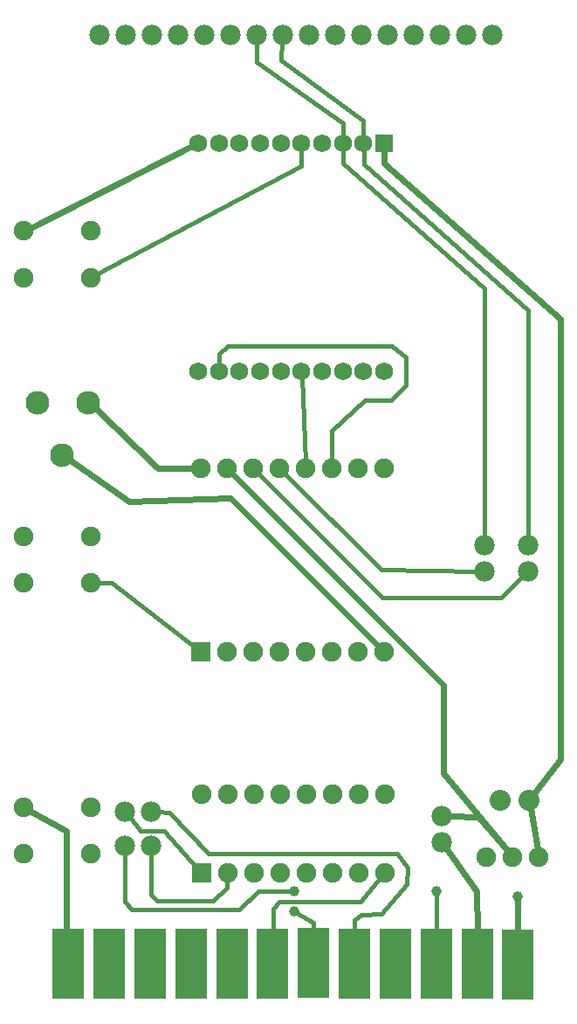
<source format=gtl>
G04 MADE WITH FRITZING*
G04 WWW.FRITZING.ORG*
G04 DOUBLE SIDED*
G04 HOLES PLATED*
G04 CONTOUR ON CENTER OF CONTOUR VECTOR*
%ASAXBY*%
%FSLAX23Y23*%
%MOIN*%
%OFA0B0*%
%SFA1.0B1.0*%
%ADD10C,0.080000*%
%ADD11C,0.039370*%
%ADD12C,0.070000*%
%ADD13C,0.090551*%
%ADD14C,0.075000*%
%ADD15C,0.078000*%
%ADD16C,0.068000*%
%ADD17R,0.051181X0.141823*%
%ADD18R,0.119522X0.270594*%
%ADD19R,0.075000X0.075000*%
%ADD20R,0.068000X0.068000*%
%ADD21C,0.016000*%
%ADD22C,0.024000*%
%ADD23C,0.011111*%
%ADD24R,0.001000X0.001000*%
%LNCOPPER1*%
G90*
G70*
G54D10*
X2015Y768D03*
X1905Y768D03*
X2015Y768D03*
X1905Y768D03*
G54D11*
X1117Y344D03*
X1118Y419D03*
G54D12*
X334Y2285D03*
X134Y2285D03*
X234Y2085D03*
G54D11*
X1972Y402D03*
G54D13*
X232Y2084D03*
X332Y2284D03*
X136Y2284D03*
G54D14*
X763Y490D03*
X763Y790D03*
X863Y490D03*
X863Y790D03*
X963Y490D03*
X963Y790D03*
X1063Y490D03*
X1063Y790D03*
X1163Y490D03*
X1163Y790D03*
X1263Y490D03*
X1263Y790D03*
X1363Y490D03*
X1363Y790D03*
X1463Y490D03*
X1463Y790D03*
G54D15*
X2009Y1741D03*
X2009Y1641D03*
X1682Y706D03*
X1682Y606D03*
X1843Y1741D03*
X1843Y1641D03*
G54D14*
X340Y564D03*
X84Y564D03*
X340Y742D03*
X84Y742D03*
X340Y1596D03*
X84Y1596D03*
X340Y1773D03*
X84Y1773D03*
X340Y2762D03*
X84Y2762D03*
X340Y2939D03*
X84Y2939D03*
G54D16*
X1461Y3275D03*
X1382Y3275D03*
X1303Y3275D03*
X1224Y3275D03*
X1145Y3275D03*
X1066Y3275D03*
X987Y3275D03*
X908Y3275D03*
X829Y3275D03*
X750Y3275D03*
X750Y2405D03*
X829Y2405D03*
X908Y2405D03*
X987Y2405D03*
X1066Y2405D03*
X1145Y2405D03*
X1224Y2405D03*
X1303Y2405D03*
X1382Y2405D03*
X1461Y2405D03*
G54D15*
X1873Y3688D03*
X1773Y3688D03*
X1673Y3688D03*
X1573Y3688D03*
X1473Y3688D03*
X1373Y3688D03*
X1273Y3688D03*
X1173Y3688D03*
X1073Y3688D03*
X973Y3688D03*
X873Y3688D03*
X773Y3688D03*
X673Y3688D03*
X573Y3688D03*
X473Y3688D03*
X373Y3688D03*
G54D14*
X762Y1333D03*
X862Y1333D03*
X962Y1333D03*
X1062Y1333D03*
X1162Y1333D03*
X1262Y1333D03*
X1362Y1333D03*
X1462Y1334D03*
X762Y2033D03*
X862Y2033D03*
X962Y2033D03*
X1062Y2033D03*
X1162Y2033D03*
X1262Y2033D03*
X1362Y2033D03*
X1462Y2033D03*
X2052Y552D03*
X1952Y552D03*
X1852Y552D03*
G54D15*
X472Y725D03*
X572Y725D03*
X472Y594D03*
X572Y594D03*
G54D11*
X1662Y419D03*
G54D17*
X254Y142D03*
X1660Y132D03*
X1819Y132D03*
X1961Y132D03*
G54D18*
X255Y145D03*
X410Y144D03*
X567Y145D03*
X724Y144D03*
X879Y145D03*
X1035Y143D03*
X1191Y147D03*
X1346Y145D03*
X1816Y144D03*
X1503Y143D03*
X1659Y143D03*
X1970Y142D03*
G54D19*
X763Y490D03*
G54D20*
X1461Y3275D03*
G54D19*
X762Y1334D03*
G54D17*
X1039Y181D03*
X1188Y190D03*
X1346Y204D03*
G54D21*
X620Y651D02*
X529Y651D01*
D02*
X529Y651D02*
X487Y706D01*
D02*
X748Y508D02*
X620Y651D01*
G54D22*
D02*
X2020Y738D02*
X2047Y581D01*
D02*
X1822Y705D02*
X1713Y706D01*
D02*
X1934Y574D02*
X1822Y705D01*
D02*
X1815Y419D02*
X1700Y582D01*
D02*
X1816Y274D02*
X1815Y419D01*
G54D21*
D02*
X1161Y2056D02*
X1146Y2385D01*
D02*
X865Y2501D02*
X1489Y2500D01*
D02*
X829Y2470D02*
X865Y2501D01*
D02*
X1489Y2500D02*
X1543Y2457D01*
D02*
X1544Y2352D02*
X1486Y2294D01*
D02*
X1486Y2294D02*
X1386Y2294D01*
D02*
X1386Y2294D02*
X1261Y2176D01*
D02*
X1261Y2176D02*
X1262Y2057D01*
D02*
X829Y2424D02*
X829Y2470D01*
D02*
X1543Y2457D02*
X1544Y2352D01*
D02*
X861Y433D02*
X806Y385D01*
D02*
X1374Y330D02*
X1450Y333D01*
D02*
X594Y385D02*
X571Y408D01*
D02*
X571Y408D02*
X572Y569D01*
D02*
X1036Y353D02*
X1038Y246D01*
D02*
X1191Y300D02*
X1128Y338D01*
D02*
X1547Y447D02*
X1549Y511D01*
D02*
X1549Y511D02*
X1510Y565D01*
D02*
X907Y351D02*
X497Y349D01*
D02*
X980Y419D02*
X907Y351D01*
D02*
X1105Y419D02*
X980Y419D01*
D02*
X497Y349D02*
X470Y381D01*
D02*
X470Y381D02*
X472Y569D01*
D02*
X862Y467D02*
X861Y433D01*
D02*
X806Y385D02*
X594Y385D01*
D02*
X1450Y333D02*
X1547Y447D01*
D02*
X1346Y310D02*
X1374Y330D01*
D02*
X1372Y380D02*
X1062Y380D01*
D02*
X1062Y380D02*
X1036Y353D01*
D02*
X1448Y473D02*
X1372Y380D01*
D02*
X1190Y255D02*
X1191Y300D01*
D02*
X640Y721D02*
X596Y724D01*
D02*
X789Y564D02*
X640Y721D01*
D02*
X1510Y565D02*
X789Y564D01*
D02*
X1346Y269D02*
X1346Y310D01*
D02*
X1188Y193D02*
X1191Y147D01*
D02*
X1191Y300D02*
X1188Y193D01*
G54D22*
D02*
X1188Y190D02*
X1191Y147D01*
D02*
X487Y1906D02*
X255Y2070D01*
G54D21*
D02*
X1303Y3350D02*
X1303Y3294D01*
D02*
X975Y3584D02*
X1303Y3350D01*
D02*
X973Y3664D02*
X975Y3584D01*
D02*
X1382Y3359D02*
X1382Y3294D01*
D02*
X1068Y3589D02*
X1382Y3359D01*
D02*
X1071Y3664D02*
X1068Y3589D01*
G54D22*
D02*
X1971Y272D02*
X1972Y383D01*
D02*
X873Y1921D02*
X487Y1906D01*
D02*
X1442Y1355D02*
X873Y1921D01*
D02*
X728Y3263D02*
X109Y2952D01*
G54D21*
D02*
X1145Y3188D02*
X1145Y3255D01*
D02*
X360Y2773D02*
X1145Y3188D01*
G54D22*
D02*
X2134Y925D02*
X2020Y777D01*
D02*
X2134Y2605D02*
X2134Y924D01*
D02*
X1461Y3197D02*
X2134Y2605D01*
D02*
X1461Y3250D02*
X1461Y3197D01*
D02*
X1688Y869D02*
X1687Y1208D01*
G54D21*
D02*
X1818Y1641D02*
X1449Y1647D01*
D02*
X1449Y1647D02*
X1078Y2017D01*
G54D22*
D02*
X1934Y574D02*
X1688Y869D01*
D02*
X1687Y1208D02*
X882Y2013D01*
G54D21*
D02*
X1908Y1540D02*
X1455Y1540D01*
D02*
X1992Y1623D02*
X1908Y1540D01*
D02*
X1455Y1540D02*
X978Y2017D01*
D02*
X2009Y2638D02*
X2009Y1765D01*
D02*
X1384Y3194D02*
X2009Y2638D01*
D02*
X1383Y3255D02*
X1384Y3194D01*
D02*
X1845Y2720D02*
X1843Y1765D01*
D02*
X1305Y3197D02*
X1845Y2720D01*
D02*
X1304Y3255D02*
X1305Y3197D01*
G54D22*
D02*
X596Y2033D02*
X734Y2033D01*
D02*
X353Y2267D02*
X596Y2033D01*
D02*
X248Y282D02*
X246Y649D01*
D02*
X249Y275D02*
X248Y282D01*
D02*
X246Y649D02*
X108Y727D01*
G54D23*
D02*
X2049Y575D02*
X2020Y777D01*
G54D21*
D02*
X1661Y405D02*
X1660Y273D01*
D02*
X421Y1596D02*
X363Y1596D01*
D02*
X743Y1348D02*
X421Y1596D01*
G54D22*
D02*
X254Y142D02*
X255Y145D01*
D02*
X1961Y132D02*
X1970Y142D01*
D02*
X1659Y143D02*
X1660Y132D01*
D02*
X1819Y132D02*
X1816Y144D01*
G54D24*
X133Y2320D02*
X134Y2320D01*
X333Y2320D02*
X334Y2320D01*
X126Y2319D02*
X141Y2319D01*
X326Y2319D02*
X341Y2319D01*
X123Y2318D02*
X144Y2318D01*
X323Y2318D02*
X344Y2318D01*
X120Y2317D02*
X147Y2317D01*
X320Y2317D02*
X347Y2317D01*
X118Y2316D02*
X149Y2316D01*
X318Y2316D02*
X349Y2316D01*
X116Y2315D02*
X151Y2315D01*
X316Y2315D02*
X351Y2315D01*
X115Y2314D02*
X152Y2314D01*
X314Y2314D02*
X352Y2314D01*
X113Y2313D02*
X154Y2313D01*
X313Y2313D02*
X354Y2313D01*
X112Y2312D02*
X155Y2312D01*
X312Y2312D02*
X355Y2312D01*
X111Y2311D02*
X156Y2311D01*
X310Y2311D02*
X356Y2311D01*
X109Y2310D02*
X157Y2310D01*
X309Y2310D02*
X357Y2310D01*
X108Y2309D02*
X158Y2309D01*
X308Y2309D02*
X358Y2309D01*
X108Y2308D02*
X159Y2308D01*
X308Y2308D02*
X359Y2308D01*
X107Y2307D02*
X160Y2307D01*
X307Y2307D02*
X360Y2307D01*
X106Y2306D02*
X161Y2306D01*
X306Y2306D02*
X361Y2306D01*
X105Y2305D02*
X162Y2305D01*
X305Y2305D02*
X362Y2305D01*
X105Y2304D02*
X162Y2304D01*
X305Y2304D02*
X362Y2304D01*
X104Y2303D02*
X163Y2303D01*
X304Y2303D02*
X363Y2303D01*
X104Y2302D02*
X163Y2302D01*
X303Y2302D02*
X363Y2302D01*
X103Y2301D02*
X164Y2301D01*
X303Y2301D02*
X364Y2301D01*
X103Y2300D02*
X132Y2300D01*
X135Y2300D02*
X164Y2300D01*
X302Y2300D02*
X332Y2300D01*
X335Y2300D02*
X364Y2300D01*
X102Y2299D02*
X127Y2299D01*
X140Y2299D02*
X165Y2299D01*
X302Y2299D02*
X327Y2299D01*
X340Y2299D02*
X365Y2299D01*
X102Y2298D02*
X125Y2298D01*
X142Y2298D02*
X165Y2298D01*
X302Y2298D02*
X325Y2298D01*
X342Y2298D02*
X365Y2298D01*
X101Y2297D02*
X124Y2297D01*
X143Y2297D02*
X166Y2297D01*
X301Y2297D02*
X324Y2297D01*
X343Y2297D02*
X366Y2297D01*
X101Y2296D02*
X123Y2296D01*
X144Y2296D02*
X166Y2296D01*
X301Y2296D02*
X323Y2296D01*
X344Y2296D02*
X366Y2296D01*
X101Y2295D02*
X122Y2295D01*
X145Y2295D02*
X166Y2295D01*
X301Y2295D02*
X322Y2295D01*
X345Y2295D02*
X366Y2295D01*
X100Y2294D02*
X121Y2294D01*
X146Y2294D02*
X167Y2294D01*
X300Y2294D02*
X321Y2294D01*
X346Y2294D02*
X367Y2294D01*
X100Y2293D02*
X120Y2293D01*
X147Y2293D02*
X167Y2293D01*
X300Y2293D02*
X320Y2293D01*
X347Y2293D02*
X367Y2293D01*
X100Y2292D02*
X120Y2292D01*
X147Y2292D02*
X167Y2292D01*
X300Y2292D02*
X319Y2292D01*
X347Y2292D02*
X367Y2292D01*
X100Y2291D02*
X119Y2291D01*
X148Y2291D02*
X167Y2291D01*
X300Y2291D02*
X319Y2291D01*
X348Y2291D02*
X367Y2291D01*
X99Y2290D02*
X119Y2290D01*
X148Y2290D02*
X167Y2290D01*
X299Y2290D02*
X319Y2290D01*
X348Y2290D02*
X367Y2290D01*
X99Y2289D02*
X118Y2289D01*
X149Y2289D02*
X168Y2289D01*
X299Y2289D02*
X318Y2289D01*
X348Y2289D02*
X368Y2289D01*
X99Y2288D02*
X118Y2288D01*
X149Y2288D02*
X168Y2288D01*
X299Y2288D02*
X318Y2288D01*
X349Y2288D02*
X368Y2288D01*
X99Y2287D02*
X118Y2287D01*
X149Y2287D02*
X168Y2287D01*
X299Y2287D02*
X318Y2287D01*
X349Y2287D02*
X368Y2287D01*
X99Y2286D02*
X118Y2286D01*
X149Y2286D02*
X168Y2286D01*
X299Y2286D02*
X318Y2286D01*
X349Y2286D02*
X368Y2286D01*
X99Y2285D02*
X118Y2285D01*
X149Y2285D02*
X168Y2285D01*
X299Y2285D02*
X318Y2285D01*
X349Y2285D02*
X368Y2285D01*
X99Y2284D02*
X118Y2284D01*
X149Y2284D02*
X168Y2284D01*
X299Y2284D02*
X318Y2284D01*
X349Y2284D02*
X368Y2284D01*
X99Y2283D02*
X118Y2283D01*
X149Y2283D02*
X168Y2283D01*
X299Y2283D02*
X318Y2283D01*
X349Y2283D02*
X368Y2283D01*
X99Y2282D02*
X118Y2282D01*
X149Y2282D02*
X168Y2282D01*
X299Y2282D02*
X318Y2282D01*
X349Y2282D02*
X368Y2282D01*
X99Y2281D02*
X118Y2281D01*
X148Y2281D02*
X168Y2281D01*
X299Y2281D02*
X318Y2281D01*
X348Y2281D02*
X368Y2281D01*
X99Y2280D02*
X119Y2280D01*
X148Y2280D02*
X167Y2280D01*
X299Y2280D02*
X319Y2280D01*
X348Y2280D02*
X367Y2280D01*
X100Y2279D02*
X119Y2279D01*
X148Y2279D02*
X167Y2279D01*
X300Y2279D02*
X319Y2279D01*
X348Y2279D02*
X367Y2279D01*
X100Y2278D02*
X120Y2278D01*
X147Y2278D02*
X167Y2278D01*
X300Y2278D02*
X320Y2278D01*
X347Y2278D02*
X367Y2278D01*
X100Y2277D02*
X120Y2277D01*
X147Y2277D02*
X167Y2277D01*
X300Y2277D02*
X320Y2277D01*
X347Y2277D02*
X367Y2277D01*
X100Y2276D02*
X121Y2276D01*
X146Y2276D02*
X167Y2276D01*
X300Y2276D02*
X321Y2276D01*
X346Y2276D02*
X367Y2276D01*
X101Y2275D02*
X122Y2275D01*
X145Y2275D02*
X166Y2275D01*
X301Y2275D02*
X322Y2275D01*
X345Y2275D02*
X366Y2275D01*
X101Y2274D02*
X123Y2274D01*
X144Y2274D02*
X166Y2274D01*
X301Y2274D02*
X323Y2274D01*
X344Y2274D02*
X366Y2274D01*
X101Y2273D02*
X124Y2273D01*
X143Y2273D02*
X166Y2273D01*
X301Y2273D02*
X324Y2273D01*
X343Y2273D02*
X366Y2273D01*
X102Y2272D02*
X125Y2272D01*
X141Y2272D02*
X165Y2272D01*
X302Y2272D02*
X325Y2272D01*
X341Y2272D02*
X365Y2272D01*
X102Y2271D02*
X127Y2271D01*
X140Y2271D02*
X165Y2271D01*
X302Y2271D02*
X327Y2271D01*
X340Y2271D02*
X365Y2271D01*
X103Y2270D02*
X164Y2270D01*
X303Y2270D02*
X364Y2270D01*
X103Y2269D02*
X164Y2269D01*
X303Y2269D02*
X364Y2269D01*
X104Y2268D02*
X163Y2268D01*
X304Y2268D02*
X363Y2268D01*
X104Y2267D02*
X163Y2267D01*
X304Y2267D02*
X363Y2267D01*
X105Y2266D02*
X162Y2266D01*
X305Y2266D02*
X362Y2266D01*
X105Y2265D02*
X161Y2265D01*
X305Y2265D02*
X361Y2265D01*
X106Y2264D02*
X161Y2264D01*
X306Y2264D02*
X361Y2264D01*
X107Y2263D02*
X160Y2263D01*
X307Y2263D02*
X360Y2263D01*
X108Y2262D02*
X159Y2262D01*
X308Y2262D02*
X359Y2262D01*
X109Y2261D02*
X158Y2261D01*
X309Y2261D02*
X358Y2261D01*
X110Y2260D02*
X157Y2260D01*
X310Y2260D02*
X357Y2260D01*
X111Y2259D02*
X156Y2259D01*
X311Y2259D02*
X356Y2259D01*
X112Y2258D02*
X155Y2258D01*
X312Y2258D02*
X355Y2258D01*
X113Y2257D02*
X154Y2257D01*
X313Y2257D02*
X354Y2257D01*
X115Y2256D02*
X152Y2256D01*
X315Y2256D02*
X352Y2256D01*
X116Y2255D02*
X151Y2255D01*
X316Y2255D02*
X350Y2255D01*
X118Y2254D02*
X149Y2254D01*
X318Y2254D02*
X349Y2254D01*
X120Y2253D02*
X147Y2253D01*
X320Y2253D02*
X346Y2253D01*
X123Y2252D02*
X144Y2252D01*
X323Y2252D02*
X344Y2252D01*
X127Y2251D02*
X140Y2251D01*
X326Y2251D02*
X340Y2251D01*
X233Y2120D02*
X234Y2120D01*
X226Y2119D02*
X241Y2119D01*
X223Y2118D02*
X244Y2118D01*
X220Y2117D02*
X247Y2117D01*
X218Y2116D02*
X249Y2116D01*
X216Y2115D02*
X251Y2115D01*
X214Y2114D02*
X252Y2114D01*
X213Y2113D02*
X254Y2113D01*
X212Y2112D02*
X255Y2112D01*
X210Y2111D02*
X256Y2111D01*
X209Y2110D02*
X257Y2110D01*
X208Y2109D02*
X258Y2109D01*
X208Y2108D02*
X259Y2108D01*
X207Y2107D02*
X260Y2107D01*
X206Y2106D02*
X261Y2106D01*
X205Y2105D02*
X262Y2105D01*
X205Y2104D02*
X262Y2104D01*
X204Y2103D02*
X263Y2103D01*
X203Y2102D02*
X263Y2102D01*
X203Y2101D02*
X264Y2101D01*
X203Y2100D02*
X232Y2100D01*
X235Y2100D02*
X264Y2100D01*
X202Y2099D02*
X227Y2099D01*
X240Y2099D02*
X265Y2099D01*
X202Y2098D02*
X225Y2098D01*
X242Y2098D02*
X265Y2098D01*
X201Y2097D02*
X224Y2097D01*
X243Y2097D02*
X266Y2097D01*
X201Y2096D02*
X223Y2096D01*
X244Y2096D02*
X266Y2096D01*
X201Y2095D02*
X222Y2095D01*
X245Y2095D02*
X266Y2095D01*
X200Y2094D02*
X221Y2094D01*
X246Y2094D02*
X267Y2094D01*
X200Y2093D02*
X220Y2093D01*
X247Y2093D02*
X267Y2093D01*
X200Y2092D02*
X220Y2092D01*
X247Y2092D02*
X267Y2092D01*
X200Y2091D02*
X219Y2091D01*
X248Y2091D02*
X267Y2091D01*
X199Y2090D02*
X219Y2090D01*
X248Y2090D02*
X267Y2090D01*
X199Y2089D02*
X218Y2089D01*
X248Y2089D02*
X268Y2089D01*
X199Y2088D02*
X218Y2088D01*
X249Y2088D02*
X268Y2088D01*
X199Y2087D02*
X218Y2087D01*
X249Y2087D02*
X268Y2087D01*
X199Y2086D02*
X218Y2086D01*
X249Y2086D02*
X268Y2086D01*
X199Y2085D02*
X218Y2085D01*
X249Y2085D02*
X268Y2085D01*
X199Y2084D02*
X218Y2084D01*
X249Y2084D02*
X268Y2084D01*
X199Y2083D02*
X218Y2083D01*
X249Y2083D02*
X268Y2083D01*
X199Y2082D02*
X218Y2082D01*
X249Y2082D02*
X268Y2082D01*
X199Y2081D02*
X218Y2081D01*
X248Y2081D02*
X268Y2081D01*
X199Y2080D02*
X219Y2080D01*
X248Y2080D02*
X267Y2080D01*
X200Y2079D02*
X219Y2079D01*
X248Y2079D02*
X267Y2079D01*
X200Y2078D02*
X220Y2078D01*
X247Y2078D02*
X267Y2078D01*
X200Y2077D02*
X220Y2077D01*
X247Y2077D02*
X267Y2077D01*
X200Y2076D02*
X221Y2076D01*
X246Y2076D02*
X267Y2076D01*
X201Y2075D02*
X222Y2075D01*
X245Y2075D02*
X266Y2075D01*
X201Y2074D02*
X223Y2074D01*
X244Y2074D02*
X266Y2074D01*
X201Y2073D02*
X224Y2073D01*
X243Y2073D02*
X266Y2073D01*
X202Y2072D02*
X225Y2072D01*
X241Y2072D02*
X265Y2072D01*
X202Y2071D02*
X227Y2071D01*
X240Y2071D02*
X265Y2071D01*
X203Y2070D02*
X264Y2070D01*
X203Y2069D02*
X264Y2069D01*
X204Y2068D02*
X263Y2068D01*
X204Y2067D02*
X263Y2067D01*
X205Y2066D02*
X262Y2066D01*
X205Y2065D02*
X261Y2065D01*
X206Y2064D02*
X261Y2064D01*
X207Y2063D02*
X260Y2063D01*
X208Y2062D02*
X259Y2062D01*
X209Y2061D02*
X258Y2061D01*
X210Y2060D02*
X257Y2060D01*
X211Y2059D02*
X256Y2059D01*
X212Y2058D02*
X255Y2058D01*
X213Y2057D02*
X254Y2057D01*
X215Y2056D02*
X252Y2056D01*
X216Y2055D02*
X250Y2055D01*
X218Y2054D02*
X249Y2054D01*
X220Y2053D02*
X246Y2053D01*
X223Y2052D02*
X244Y2052D01*
X227Y2051D02*
X240Y2051D01*
D02*
G04 End of Copper1*
M02*
</source>
